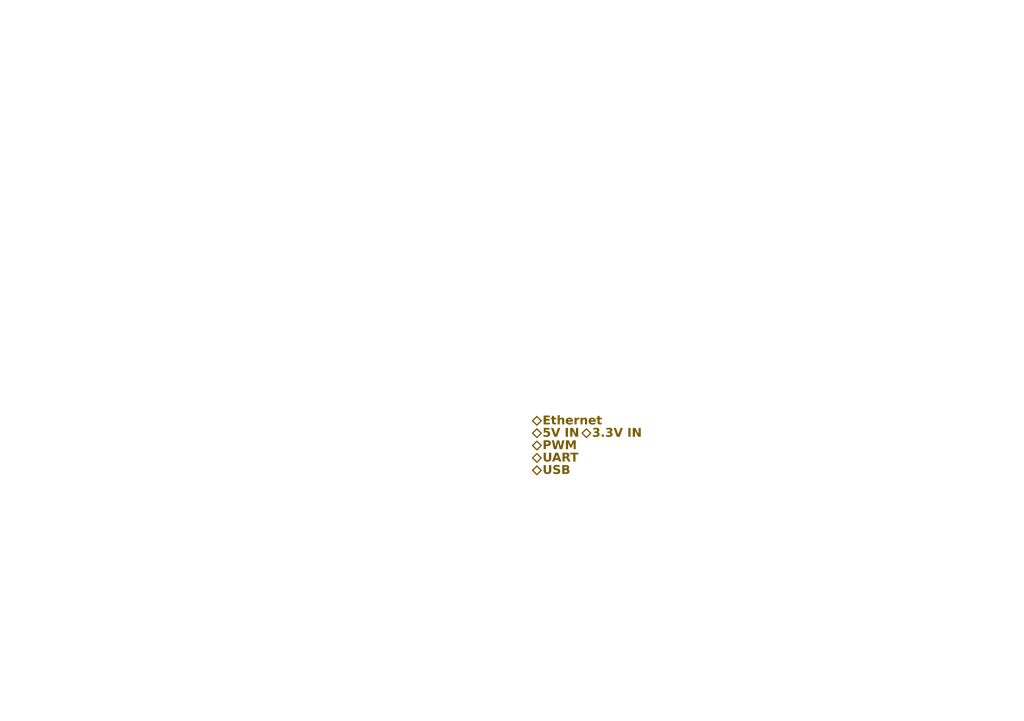
<source format=kicad_sch>
(kicad_sch
	(version 20240417)
	(generator "eeschema")
	(generator_version "8.99")
	(uuid "9656877e-9947-4465-b8a7-40790b2fc774")
	(paper "A5")
	(lib_symbols)
	(hierarchical_label "PWM"
		(shape bidirectional)
		(at 109.22 91.44 0)
		(fields_autoplaced yes)
		(effects
			(font
				(face "Monaco")
				(size 1.778 1.778)
				(thickness 0.254)
				(bold yes)
			)
			(justify left)
		)
		(uuid "19a27453-3cbc-4bb7-a2bc-a264aebd473b")
	)
	(hierarchical_label "5V IN"
		(shape bidirectional)
		(at 109.22 88.9 0)
		(fields_autoplaced yes)
		(effects
			(font
				(face "Monaco")
				(size 1.778 1.778)
				(thickness 0.254)
				(bold yes)
			)
			(justify left)
		)
		(uuid "3a6c9421-e944-40af-9b71-8d0f2fef334e")
	)
	(hierarchical_label "Ethernet"
		(shape bidirectional)
		(at 109.22 86.36 0)
		(fields_autoplaced yes)
		(effects
			(font
				(face "Monaco")
				(size 1.778 1.778)
				(thickness 0.254)
				(bold yes)
			)
			(justify left)
		)
		(uuid "6a402674-229a-4b8c-baba-0c8eb4132eec")
	)
	(hierarchical_label "3.3V IN"
		(shape bidirectional)
		(at 119.38 88.9 0)
		(fields_autoplaced yes)
		(effects
			(font
				(face "Monaco")
				(size 1.778 1.778)
				(thickness 0.254)
				(bold yes)
			)
			(justify left)
		)
		(uuid "89f26e55-632c-45c1-b52e-0327d1fe8083")
	)
	(hierarchical_label "UART"
		(shape bidirectional)
		(at 109.22 93.98 0)
		(fields_autoplaced yes)
		(effects
			(font
				(face "Monaco")
				(size 1.778 1.778)
				(thickness 0.254)
				(bold yes)
			)
			(justify left)
		)
		(uuid "c53cbbf8-468b-4f93-b0e6-63ac024e5b9b")
	)
	(hierarchical_label "USB"
		(shape bidirectional)
		(at 109.22 96.52 0)
		(fields_autoplaced yes)
		(effects
			(font
				(face "Monaco")
				(size 1.778 1.778)
				(thickness 0.254)
				(bold yes)
			)
			(justify left)
		)
		(uuid "ff7be114-7808-40e7-afa8-5a346de2b15a")
	)
)

</source>
